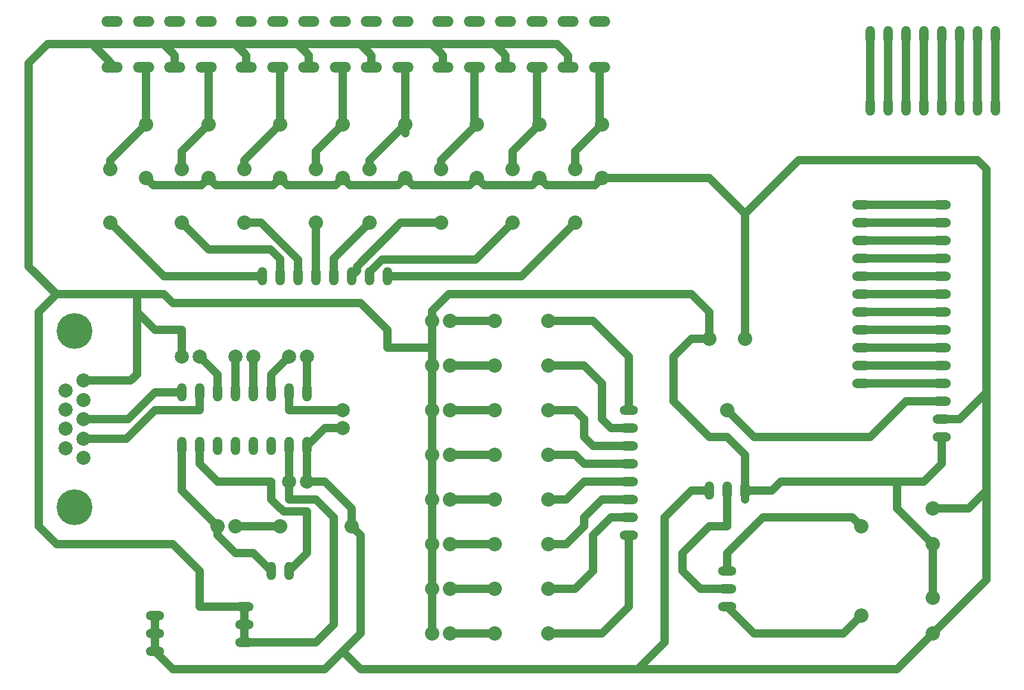
<source format=gbl>
G04 #@! TF.GenerationSoftware,KiCad,Pcbnew,(5.1.6)-1*
G04 #@! TF.CreationDate,2020-09-19T19:55:59-06:00*
G04 #@! TF.ProjectId,practica2,70726163-7469-4636-9132-2e6b69636164,0*
G04 #@! TF.SameCoordinates,Original*
G04 #@! TF.FileFunction,Copper,L2,Bot*
G04 #@! TF.FilePolarity,Positive*
%FSLAX46Y46*%
G04 Gerber Fmt 4.6, Leading zero omitted, Abs format (unit mm)*
G04 Created by KiCad (PCBNEW (5.1.6)-1) date 2020-09-19 19:55:59*
%MOMM*%
%LPD*%
G01*
G04 APERTURE LIST*
G04 #@! TA.AperFunction,ComponentPad*
%ADD10C,5.080000*%
G04 #@! TD*
G04 #@! TA.AperFunction,ComponentPad*
%ADD11C,1.998980*%
G04 #@! TD*
G04 #@! TA.AperFunction,ComponentPad*
%ADD12O,1.320800X2.641600*%
G04 #@! TD*
G04 #@! TA.AperFunction,ComponentPad*
%ADD13O,3.014980X1.506220*%
G04 #@! TD*
G04 #@! TA.AperFunction,ComponentPad*
%ADD14C,2.032000*%
G04 #@! TD*
G04 #@! TA.AperFunction,ComponentPad*
%ADD15O,2.641600X1.320800*%
G04 #@! TD*
G04 #@! TA.AperFunction,Conductor*
%ADD16C,1.200000*%
G04 #@! TD*
G04 APERTURE END LIST*
D10*
X71120000Y-113207800D03*
X71120000Y-138252200D03*
D11*
X69850000Y-121615200D03*
X69850000Y-124358400D03*
X69850000Y-127101600D03*
X69850000Y-129844800D03*
X72390000Y-120243600D03*
X72390000Y-122986800D03*
X72390000Y-125730000D03*
X72390000Y-128473200D03*
X72390000Y-131216400D03*
D12*
X104140000Y-129540000D03*
X101600000Y-129540000D03*
X99060000Y-129540000D03*
X96520000Y-129540000D03*
X93980000Y-129540000D03*
X91440000Y-129540000D03*
X88900000Y-129540000D03*
X86360000Y-129540000D03*
X86360000Y-121920000D03*
X88900000Y-121920000D03*
X91440000Y-121920000D03*
X93980000Y-121920000D03*
X96520000Y-121920000D03*
X99060000Y-121920000D03*
X101600000Y-121920000D03*
X104140000Y-121920000D03*
X166370000Y-135890000D03*
X163830000Y-135890000D03*
X161290000Y-135890000D03*
D13*
X145757900Y-69141340D03*
X145757900Y-75638660D03*
X141262100Y-69141340D03*
X141262100Y-75638660D03*
X136867900Y-69141340D03*
X136867900Y-75638660D03*
X132372100Y-69141340D03*
X132372100Y-75638660D03*
X127977900Y-69141340D03*
X127977900Y-75638660D03*
X123482100Y-69141340D03*
X123482100Y-75638660D03*
X117817900Y-69141340D03*
X117817900Y-75638660D03*
X113322100Y-69141340D03*
X113322100Y-75638660D03*
X108927900Y-69141340D03*
X108927900Y-75638660D03*
X104432100Y-69141340D03*
X104432100Y-75638660D03*
X100037900Y-69141340D03*
X100037900Y-75638660D03*
X95542100Y-69141340D03*
X95542100Y-75638660D03*
X89877900Y-69141340D03*
X89877900Y-75638660D03*
X85382100Y-69141340D03*
X85382100Y-75638660D03*
X80987900Y-69141340D03*
X80987900Y-75638660D03*
X76492100Y-69141340D03*
X76492100Y-75638660D03*
D14*
X161290000Y-114300000D03*
X163830000Y-124460000D03*
X166370000Y-114300000D03*
X193040000Y-138430000D03*
X182880000Y-140970000D03*
X193040000Y-143510000D03*
X193040000Y-151130000D03*
X182880000Y-153670000D03*
X193040000Y-156210000D03*
X142240000Y-97790000D03*
X142240000Y-90170000D03*
X133350000Y-97790000D03*
X133350000Y-90170000D03*
X123190000Y-97790000D03*
X123190000Y-90170000D03*
X113030000Y-90170000D03*
X113030000Y-97790000D03*
X105410000Y-97790000D03*
X105410000Y-90170000D03*
X95250000Y-97790000D03*
X95250000Y-90170000D03*
X86360000Y-97790000D03*
X86360000Y-90170000D03*
X76200000Y-97790000D03*
X76200000Y-90170000D03*
X146050000Y-91440000D03*
X146050000Y-83820000D03*
X137160000Y-91440000D03*
X137160000Y-83820000D03*
X128270000Y-91440000D03*
X128270000Y-83820000D03*
X118110000Y-91440000D03*
X118110000Y-83820000D03*
X109220000Y-91440000D03*
X109220000Y-83820000D03*
X100330000Y-91440000D03*
X100330000Y-83820000D03*
X90170000Y-91440000D03*
X90170000Y-83820000D03*
X81280000Y-91440000D03*
X81280000Y-83820000D03*
X138430000Y-156210000D03*
X130810000Y-156210000D03*
X138430000Y-149860000D03*
X130810000Y-149860000D03*
X138430000Y-143510000D03*
X130810000Y-143510000D03*
X138430000Y-137160000D03*
X130810000Y-137160000D03*
X138430000Y-130810000D03*
X130810000Y-130810000D03*
X138430000Y-124460000D03*
X130810000Y-124460000D03*
X138430000Y-118110000D03*
X130810000Y-118110000D03*
X138430000Y-111760000D03*
X130810000Y-111760000D03*
X110490000Y-140970000D03*
X100330000Y-140970000D03*
D15*
X163830000Y-147320000D03*
X163830000Y-149860000D03*
X163830000Y-152400000D03*
D12*
X115570000Y-105410000D03*
X113030000Y-105410000D03*
X110490000Y-105410000D03*
X107950000Y-105410000D03*
X105410000Y-105410000D03*
X102870000Y-105410000D03*
X100330000Y-105410000D03*
X97790000Y-105410000D03*
D15*
X182880000Y-95250000D03*
X182880000Y-97790000D03*
X182880000Y-100330000D03*
X182880000Y-102870000D03*
X182880000Y-105410000D03*
X182880000Y-107950000D03*
X182880000Y-110490000D03*
X182880000Y-113030000D03*
X182880000Y-115570000D03*
X182880000Y-118110000D03*
X182880000Y-120650000D03*
X194310000Y-95250000D03*
X194310000Y-97790000D03*
X194310000Y-100330000D03*
X194310000Y-102870000D03*
X194310000Y-105410000D03*
X194310000Y-107950000D03*
X194310000Y-110490000D03*
X194310000Y-113030000D03*
X194310000Y-115570000D03*
X194310000Y-118110000D03*
X194310000Y-120650000D03*
X194310000Y-123190000D03*
X194310000Y-125730000D03*
X194310000Y-128270000D03*
X149860000Y-124460000D03*
X149860000Y-127000000D03*
X149860000Y-129540000D03*
X149860000Y-132080000D03*
X149860000Y-134620000D03*
X149860000Y-137160000D03*
X149860000Y-139700000D03*
X149860000Y-142240000D03*
X95250000Y-152400000D03*
X95250000Y-154940000D03*
X95250000Y-157480000D03*
X82550000Y-153670000D03*
X82550000Y-156210000D03*
X82550000Y-158750000D03*
D12*
X99060000Y-147320000D03*
X101600000Y-147320000D03*
X184150000Y-81280000D03*
X186690000Y-81280000D03*
X189230000Y-81280000D03*
X191770000Y-81280000D03*
X194310000Y-81280000D03*
X196850000Y-81280000D03*
X199390000Y-81280000D03*
X201930000Y-81280000D03*
X184150000Y-71120000D03*
X186690000Y-71120000D03*
X189230000Y-71120000D03*
X191770000Y-71120000D03*
X194310000Y-71120000D03*
X196850000Y-71120000D03*
X199390000Y-71120000D03*
X201930000Y-71120000D03*
D14*
X124460000Y-111760000D03*
X121920000Y-111760000D03*
X124460000Y-118110000D03*
X121920000Y-118110000D03*
X124460000Y-124460000D03*
X121920000Y-124460000D03*
X124460000Y-130810000D03*
X121920000Y-130810000D03*
X124460000Y-137160000D03*
X121920000Y-137160000D03*
X124460000Y-143510000D03*
X121920000Y-143510000D03*
X124460000Y-149860000D03*
X121920000Y-149860000D03*
X124460000Y-156210000D03*
X121920000Y-156210000D03*
X93980000Y-140970000D03*
X91440000Y-140970000D03*
D11*
X86360000Y-116840000D03*
X88900000Y-116840000D03*
X104140000Y-134620000D03*
X101600000Y-134620000D03*
X109220000Y-124460000D03*
X109220000Y-127000000D03*
X96520000Y-116840000D03*
X93980000Y-116840000D03*
X104140000Y-116840000D03*
X101600000Y-116840000D03*
D16*
X104140000Y-116840000D02*
X104140000Y-121920000D01*
X99060000Y-119380000D02*
X101600000Y-116840000D01*
X99060000Y-121920000D02*
X99060000Y-119380000D01*
X96520000Y-116840000D02*
X96520000Y-120650000D01*
X96520000Y-120650000D02*
X96520000Y-121920000D01*
X93980000Y-116840000D02*
X93980000Y-121920000D01*
X109220000Y-124460000D02*
X101600000Y-124460000D01*
X101600000Y-124460000D02*
X101600000Y-121920000D01*
X82550000Y-153670000D02*
X82550000Y-156210000D01*
X82550000Y-158750000D02*
X82550000Y-156210000D01*
X104140000Y-129540000D02*
X104140000Y-134620000D01*
X110490000Y-140970000D02*
X110490000Y-138430000D01*
X110490000Y-138430000D02*
X106680000Y-134620000D01*
X106680000Y-134620000D02*
X104140000Y-134620000D01*
X111760000Y-156210000D02*
X111760000Y-142240000D01*
X111760000Y-142240000D02*
X110490000Y-140970000D01*
X82550000Y-158750000D02*
X85090000Y-161290000D01*
X85090000Y-161290000D02*
X106680000Y-161290000D01*
X106680000Y-127000000D02*
X104140000Y-129540000D01*
X109220000Y-127000000D02*
X106680000Y-127000000D01*
X166370000Y-114300000D02*
X166370000Y-96520000D01*
X166370000Y-96520000D02*
X173990000Y-88900000D01*
X173990000Y-88900000D02*
X199390000Y-88900000D01*
X199390000Y-88900000D02*
X200660000Y-90170000D01*
X200660000Y-148590000D02*
X193040000Y-156210000D01*
X193040000Y-156210000D02*
X187960000Y-161290000D01*
X111760000Y-161290000D02*
X109220000Y-158750000D01*
X106680000Y-161290000D02*
X109220000Y-158750000D01*
X109220000Y-158750000D02*
X111760000Y-156210000D01*
X196850000Y-125730000D02*
X200660000Y-121920000D01*
X194310000Y-125730000D02*
X196850000Y-125730000D01*
X200660000Y-90170000D02*
X200660000Y-121920000D01*
X200660000Y-142240000D02*
X200660000Y-148590000D01*
X193040000Y-138430000D02*
X198120000Y-138430000D01*
X198120000Y-138430000D02*
X200660000Y-135890000D01*
X200660000Y-121920000D02*
X200660000Y-135890000D01*
X200660000Y-135890000D02*
X200660000Y-142240000D01*
X161290000Y-135890000D02*
X158750000Y-135890000D01*
X158750000Y-135890000D02*
X154940000Y-139700000D01*
X154940000Y-139700000D02*
X154940000Y-157480000D01*
X154940000Y-157480000D02*
X151130000Y-161290000D01*
X187960000Y-161290000D02*
X151130000Y-161290000D01*
X151130000Y-161290000D02*
X111760000Y-161290000D01*
X89154001Y-92455999D02*
X90170000Y-91440000D01*
X82295999Y-92455999D02*
X89154001Y-92455999D01*
X81280000Y-91440000D02*
X82295999Y-92455999D01*
X99314001Y-92455999D02*
X100330000Y-91440000D01*
X91185999Y-92455999D02*
X99314001Y-92455999D01*
X90170000Y-91440000D02*
X91185999Y-92455999D01*
X108204001Y-92455999D02*
X109220000Y-91440000D01*
X101345999Y-92455999D02*
X108204001Y-92455999D01*
X100330000Y-91440000D02*
X101345999Y-92455999D01*
X117094001Y-92455999D02*
X118110000Y-91440000D01*
X110235999Y-92455999D02*
X117094001Y-92455999D01*
X109220000Y-91440000D02*
X110235999Y-92455999D01*
X127254001Y-92455999D02*
X128270000Y-91440000D01*
X119125999Y-92455999D02*
X127254001Y-92455999D01*
X118110000Y-91440000D02*
X119125999Y-92455999D01*
X136144001Y-92455999D02*
X137160000Y-91440000D01*
X129285999Y-92455999D02*
X136144001Y-92455999D01*
X128270000Y-91440000D02*
X129285999Y-92455999D01*
X145034001Y-92455999D02*
X146050000Y-91440000D01*
X138175999Y-92455999D02*
X145034001Y-92455999D01*
X137160000Y-91440000D02*
X138175999Y-92455999D01*
X161290000Y-91440000D02*
X166370000Y-96520000D01*
X146050000Y-91440000D02*
X161290000Y-91440000D01*
X95250000Y-152400000D02*
X95250000Y-154940000D01*
X95250000Y-157480000D02*
X95250000Y-154940000D01*
X88900000Y-152400000D02*
X95250000Y-152400000D01*
X88900000Y-147320000D02*
X88900000Y-152400000D01*
X85090000Y-143510000D02*
X88900000Y-147320000D01*
X68580000Y-143510000D02*
X85090000Y-143510000D01*
X66040000Y-110490000D02*
X66040000Y-140970000D01*
X79146400Y-120243600D02*
X80010000Y-119380000D01*
X72390000Y-120243600D02*
X79146400Y-120243600D01*
X66040000Y-140970000D02*
X68580000Y-143510000D01*
X68580000Y-107950000D02*
X66040000Y-110490000D01*
X80010000Y-107950000D02*
X68580000Y-107950000D01*
X101600000Y-134620000D02*
X101600000Y-129540000D01*
X101600000Y-137160000D02*
X101600000Y-134620000D01*
X105410000Y-157480000D02*
X107950000Y-154940000D01*
X105410000Y-137160000D02*
X101600000Y-137160000D01*
X95250000Y-157480000D02*
X105410000Y-157480000D01*
X107950000Y-154940000D02*
X107950000Y-139700000D01*
X107950000Y-139700000D02*
X105410000Y-137160000D01*
X86360000Y-116840000D02*
X86360000Y-113030000D01*
X86360000Y-113030000D02*
X82550000Y-113030000D01*
X80010000Y-119380000D02*
X80010000Y-110490000D01*
X82550000Y-113030000D02*
X80010000Y-110490000D01*
X80010000Y-110490000D02*
X80010000Y-107950000D01*
X121920000Y-156210000D02*
X121920000Y-149860000D01*
X121920000Y-149860000D02*
X121920000Y-143510000D01*
X121920000Y-137160000D02*
X121920000Y-143510000D01*
X121920000Y-137160000D02*
X121920000Y-129540000D01*
X121920000Y-129540000D02*
X121920000Y-130810000D01*
X121920000Y-130810000D02*
X121920000Y-124460000D01*
X121920000Y-124460000D02*
X121920000Y-118110000D01*
X121920000Y-115570000D02*
X121920000Y-111760000D01*
X121920000Y-118110000D02*
X121920000Y-115570000D01*
X83820000Y-107950000D02*
X80010000Y-107950000D01*
X115570000Y-115570000D02*
X115570000Y-113030000D01*
X121920000Y-115570000D02*
X115570000Y-115570000D01*
X115570000Y-113030000D02*
X111760000Y-109220000D01*
X111760000Y-109220000D02*
X85090000Y-109220000D01*
X85090000Y-109220000D02*
X83820000Y-107950000D01*
X158750000Y-107950000D02*
X161290000Y-110490000D01*
X161290000Y-110490000D02*
X161290000Y-114300000D01*
X124293160Y-107950000D02*
X158750000Y-107950000D01*
X121920000Y-111760000D02*
X121920000Y-110323160D01*
X121920000Y-110323160D02*
X124293160Y-107950000D01*
X156210000Y-116840000D02*
X158750000Y-114300000D01*
X166370000Y-130810000D02*
X163830000Y-128270000D01*
X163830000Y-128270000D02*
X161290000Y-128270000D01*
X158750000Y-114300000D02*
X161290000Y-114300000D01*
X161290000Y-128270000D02*
X156210000Y-123190000D01*
X166370000Y-135890000D02*
X166370000Y-130810000D01*
X156210000Y-123190000D02*
X156210000Y-116840000D01*
X194310000Y-128270000D02*
X194310000Y-132080000D01*
X194310000Y-132080000D02*
X191770000Y-134620000D01*
X166370000Y-137160000D02*
X166370000Y-135890000D01*
X170180000Y-135890000D02*
X171450000Y-134620000D01*
X166370000Y-135890000D02*
X170180000Y-135890000D01*
X193040000Y-143510000D02*
X193040000Y-151130000D01*
X187960000Y-138430000D02*
X187960000Y-134620000D01*
X193040000Y-143510000D02*
X187960000Y-138430000D01*
X191770000Y-134620000D02*
X187960000Y-134620000D01*
X187960000Y-134620000D02*
X171450000Y-134620000D01*
X141262100Y-75638660D02*
X141262100Y-73952100D01*
X141262100Y-73952100D02*
X139700000Y-72390000D01*
X64633010Y-75066990D02*
X64633010Y-104003010D01*
X64633010Y-104003010D02*
X68580000Y-107950000D01*
X67310000Y-72390000D02*
X64633010Y-75066990D01*
X132372100Y-73952100D02*
X130810000Y-72390000D01*
X132372100Y-75638660D02*
X132372100Y-73952100D01*
X139700000Y-72390000D02*
X130810000Y-72390000D01*
X123482100Y-73952100D02*
X121920000Y-72390000D01*
X130810000Y-72390000D02*
X121920000Y-72390000D01*
X123482100Y-75638660D02*
X123482100Y-73952100D01*
X113322100Y-73952100D02*
X111760000Y-72390000D01*
X113322100Y-75638660D02*
X113322100Y-73952100D01*
X121920000Y-72390000D02*
X111760000Y-72390000D01*
X104432100Y-73952100D02*
X102870000Y-72390000D01*
X104432100Y-75638660D02*
X104432100Y-73952100D01*
X111760000Y-72390000D02*
X102870000Y-72390000D01*
X102870000Y-72390000D02*
X93980000Y-72390000D01*
X95542100Y-73952100D02*
X93980000Y-72390000D01*
X95542100Y-75638660D02*
X95542100Y-73952100D01*
X85382100Y-73952100D02*
X83820000Y-72390000D01*
X85382100Y-75638660D02*
X85382100Y-73952100D01*
X93980000Y-72390000D02*
X83820000Y-72390000D01*
X76492100Y-75638660D02*
X76492100Y-75222100D01*
X83820000Y-72390000D02*
X73660000Y-72390000D01*
X76492100Y-75222100D02*
X73660000Y-72390000D01*
X73660000Y-72390000D02*
X67310000Y-72390000D01*
X91440000Y-119380000D02*
X91440000Y-121920000D01*
X88900000Y-116840000D02*
X91440000Y-119380000D01*
X93980000Y-140970000D02*
X100330000Y-140970000D01*
X91440000Y-140970000D02*
X91440000Y-142240000D01*
X91440000Y-142240000D02*
X93980000Y-144780000D01*
X96520000Y-144780000D02*
X99060000Y-147320000D01*
X93980000Y-144780000D02*
X96520000Y-144780000D01*
X91440000Y-140970000D02*
X86360000Y-135890000D01*
X86360000Y-135890000D02*
X86360000Y-129540000D01*
X124460000Y-156210000D02*
X130810000Y-156210000D01*
X130810000Y-149860000D02*
X124460000Y-149860000D01*
X124460000Y-143510000D02*
X130810000Y-143510000D01*
X130810000Y-137160000D02*
X124044001Y-137160000D01*
X124044001Y-137160000D02*
X124460000Y-137160000D01*
X124460000Y-130810000D02*
X130810000Y-130810000D01*
X130810000Y-124460000D02*
X124460000Y-124460000D01*
X124460000Y-118110000D02*
X130810000Y-118110000D01*
X130810000Y-111760000D02*
X124460000Y-111760000D01*
X184150000Y-71120000D02*
X184150000Y-81280000D01*
X186690000Y-71120000D02*
X186690000Y-81280000D01*
X189230000Y-71120000D02*
X189230000Y-81280000D01*
X191770000Y-71120000D02*
X191770000Y-81280000D01*
X194310000Y-71120000D02*
X194310000Y-81280000D01*
X196850000Y-71120000D02*
X196850000Y-81280000D01*
X199390000Y-71120000D02*
X199390000Y-81280000D01*
X201930000Y-71120000D02*
X201930000Y-81280000D01*
X104140000Y-144780000D02*
X101600000Y-147320000D01*
X100892520Y-138868010D02*
X104140000Y-138868010D01*
X100454510Y-138430000D02*
X100892520Y-138868010D01*
X88900000Y-129540000D02*
X88900000Y-132080000D01*
X88900000Y-132080000D02*
X91440000Y-134620000D01*
X99060000Y-137160000D02*
X100330000Y-138430000D01*
X100330000Y-138430000D02*
X100454510Y-138430000D01*
X91440000Y-134620000D02*
X99060000Y-134620000D01*
X104140000Y-138868010D02*
X104140000Y-144780000D01*
X99060000Y-134620000D02*
X99060000Y-137160000D01*
X138430000Y-111760000D02*
X144780000Y-111760000D01*
X149860000Y-116840000D02*
X149860000Y-124460000D01*
X144780000Y-111760000D02*
X149860000Y-116840000D01*
X147339200Y-127000000D02*
X149860000Y-127000000D01*
X146050000Y-120650000D02*
X146050000Y-125710800D01*
X143510000Y-118110000D02*
X146050000Y-120650000D01*
X146050000Y-125710800D02*
X147339200Y-127000000D01*
X138430000Y-118110000D02*
X143510000Y-118110000D01*
X138430000Y-124460000D02*
X142240000Y-124460000D01*
X142240000Y-124460000D02*
X143510000Y-125730000D01*
X143510000Y-125730000D02*
X143510000Y-128270000D01*
X143510000Y-128270000D02*
X144780000Y-129540000D01*
X144780000Y-129540000D02*
X149860000Y-129540000D01*
X138430000Y-130810000D02*
X142240000Y-130810000D01*
X143510000Y-132080000D02*
X149860000Y-132080000D01*
X142240000Y-130810000D02*
X143510000Y-132080000D01*
X138430000Y-137160000D02*
X140970000Y-137160000D01*
X143510000Y-134620000D02*
X149860000Y-134620000D01*
X140970000Y-137160000D02*
X143510000Y-134620000D01*
X138430000Y-143510000D02*
X140970000Y-143510000D01*
X140970000Y-143510000D02*
X143510000Y-140970000D01*
X143510000Y-140970000D02*
X143510000Y-139700000D01*
X146050000Y-137160000D02*
X149860000Y-137160000D01*
X143510000Y-139700000D02*
X146050000Y-137160000D01*
X138430000Y-149860000D02*
X142240000Y-149860000D01*
X149860000Y-139700000D02*
X147320000Y-139700000D01*
X147320000Y-139700000D02*
X144780000Y-142240000D01*
X144780000Y-142240000D02*
X144780000Y-147320000D01*
X144780000Y-147320000D02*
X142240000Y-149860000D01*
X138430000Y-156210000D02*
X146050000Y-156210000D01*
X146050000Y-156210000D02*
X149860000Y-152400000D01*
X149860000Y-152400000D02*
X149860000Y-142240000D01*
X182880000Y-95250000D02*
X194310000Y-95250000D01*
X182880000Y-97790000D02*
X194310000Y-97790000D01*
X182880000Y-100330000D02*
X194310000Y-100330000D01*
X182880000Y-102870000D02*
X194310000Y-102870000D01*
X182880000Y-105410000D02*
X194310000Y-105410000D01*
X182880000Y-107950000D02*
X194310000Y-107950000D01*
X182880000Y-110490000D02*
X194310000Y-110490000D01*
X182880000Y-113030000D02*
X194310000Y-113030000D01*
X182880000Y-115570000D02*
X194310000Y-115570000D01*
X182880000Y-118110000D02*
X194310000Y-118110000D01*
X182880000Y-120650000D02*
X194310000Y-120650000D01*
X184150000Y-128270000D02*
X189230000Y-123190000D01*
X189230000Y-123190000D02*
X194310000Y-123190000D01*
X163830000Y-124460000D02*
X167640000Y-128270000D01*
X167640000Y-128270000D02*
X184150000Y-128270000D01*
X134620000Y-105410000D02*
X142240000Y-97790000D01*
X115570000Y-105410000D02*
X134620000Y-105410000D01*
X128158810Y-102981190D02*
X133350000Y-97790000D01*
X114837501Y-102981190D02*
X128158810Y-102981190D01*
X113030000Y-104788691D02*
X114837501Y-102981190D01*
X113030000Y-105410000D02*
X113030000Y-104788691D01*
X111261590Y-104017101D02*
X117488691Y-97790000D01*
X111261590Y-104638410D02*
X111261590Y-104017101D01*
X117488691Y-97790000D02*
X123190000Y-97790000D01*
X110490000Y-105410000D02*
X111261590Y-104638410D01*
X107950000Y-102870000D02*
X113030000Y-97790000D01*
X107950000Y-105410000D02*
X107950000Y-102870000D01*
X105410000Y-105410000D02*
X105410000Y-97790000D01*
X102870000Y-103013710D02*
X102870000Y-105410000D01*
X97646290Y-97790000D02*
X102870000Y-103013710D01*
X95250000Y-97790000D02*
X97646290Y-97790000D01*
X100330000Y-102889200D02*
X100330000Y-105410000D01*
X90170000Y-101600000D02*
X99040800Y-101600000D01*
X99040800Y-101600000D02*
X100330000Y-102889200D01*
X86360000Y-97790000D02*
X90170000Y-101600000D01*
X76200000Y-97790000D02*
X83820000Y-105410000D01*
X83820000Y-105410000D02*
X97790000Y-105410000D01*
X181610000Y-139700000D02*
X182880000Y-140970000D01*
X168910000Y-139700000D02*
X181610000Y-139700000D01*
X163830000Y-147320000D02*
X163830000Y-144780000D01*
X163830000Y-144780000D02*
X168910000Y-139700000D01*
X163830000Y-135890000D02*
X163830000Y-140970000D01*
X163830000Y-140970000D02*
X161290000Y-140970000D01*
X161290000Y-140970000D02*
X157480000Y-144780000D01*
X157480000Y-144780000D02*
X157480000Y-147320000D01*
X160020000Y-149860000D02*
X163830000Y-149860000D01*
X157480000Y-147320000D02*
X160020000Y-149860000D01*
X180340000Y-156210000D02*
X182880000Y-153670000D01*
X163830000Y-152400000D02*
X167640000Y-156210000D01*
X167640000Y-156210000D02*
X180340000Y-156210000D01*
X76200000Y-88900000D02*
X81280000Y-83820000D01*
X76200000Y-90170000D02*
X76200000Y-88900000D01*
X81280000Y-83820000D02*
X81280000Y-76200000D01*
X86360000Y-87630000D02*
X90170000Y-83820000D01*
X86360000Y-90170000D02*
X86360000Y-87630000D01*
X90170000Y-75930760D02*
X89877900Y-75638660D01*
X90170000Y-83820000D02*
X90170000Y-75930760D01*
X95250000Y-88900000D02*
X100330000Y-83820000D01*
X95250000Y-90170000D02*
X95250000Y-88900000D01*
X100330000Y-75930760D02*
X100037900Y-75638660D01*
X100330000Y-83820000D02*
X100330000Y-75930760D01*
X105410000Y-87630000D02*
X109220000Y-83820000D01*
X105410000Y-90170000D02*
X105410000Y-87630000D01*
X109220000Y-75930760D02*
X108927900Y-75638660D01*
X109220000Y-83820000D02*
X109220000Y-75930760D01*
X118110000Y-83820000D02*
X118110000Y-85090000D01*
X113030000Y-88900000D02*
X118110000Y-83820000D01*
X113030000Y-90170000D02*
X113030000Y-88900000D01*
X118110000Y-83820000D02*
X118110000Y-76200000D01*
X117817900Y-75907900D02*
X117817900Y-75638660D01*
X118110000Y-76200000D02*
X117817900Y-75907900D01*
X123190000Y-88900000D02*
X128270000Y-83820000D01*
X123190000Y-90170000D02*
X123190000Y-88900000D01*
X127977900Y-83527900D02*
X128270000Y-83820000D01*
X127977900Y-75638660D02*
X127977900Y-83527900D01*
X133350000Y-87630000D02*
X137160000Y-83820000D01*
X133350000Y-90170000D02*
X133350000Y-87630000D01*
X136867900Y-83527900D02*
X137160000Y-83820000D01*
X136867900Y-75638660D02*
X136867900Y-83527900D01*
X142240000Y-87630000D02*
X146050000Y-83820000D01*
X142240000Y-90170000D02*
X142240000Y-87630000D01*
X145757900Y-83527900D02*
X146050000Y-83820000D01*
X145757900Y-75638660D02*
X145757900Y-83527900D01*
X72390000Y-125730000D02*
X78740000Y-125730000D01*
X78740000Y-125730000D02*
X82550000Y-121920000D01*
X82550000Y-121920000D02*
X86360000Y-121920000D01*
X82550000Y-124460000D02*
X88900000Y-124460000D01*
X72390000Y-128473200D02*
X78536800Y-128473200D01*
X88900000Y-124460000D02*
X88900000Y-121920000D01*
X78536800Y-128473200D02*
X82550000Y-124460000D01*
M02*

</source>
